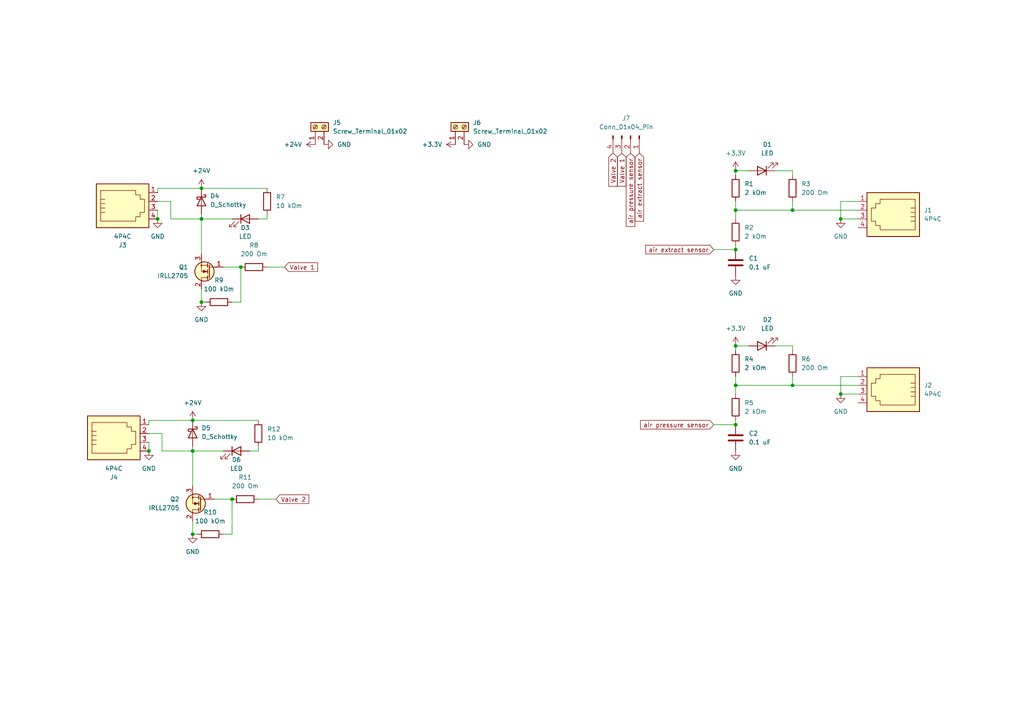
<source format=kicad_sch>
(kicad_sch (version 20230121) (generator eeschema)
  (paper "A4")
  (lib_symbols
    (symbol "Connector:4P4C" (pin_names (offset 1.016))
      (property "Reference" "J" (at -5.08 8.89 0))
      (property "Value" "4P4C" (at 2.54 8.89 0))
      (symbol "4P4C_0_1"
        (polyline (pts (xy -6.35 -0.635) (xy -5.08 -0.635) (xy -5.08 -0.635)))
        (polyline (pts (xy -6.35 0.635) (xy -5.08 0.635) (xy -5.08 0.635)))
        (polyline (pts (xy -6.35 1.905) (xy -5.08 1.905) (xy -5.08 1.905)))
        (polyline (pts (xy -6.35 3.175) (xy -5.08 3.175) (xy -5.08 3.175)))
        (polyline (pts (xy -6.35 -3.175) (xy -6.35 5.715) (xy -1.27 5.715) (xy 3.81 5.715) (xy 3.81 4.445) (xy 5.08 4.445) (xy 5.08 3.175) (xy 6.35 3.175) (xy 6.35 -0.635) (xy 5.08 -0.635) (xy 5.08 -1.905) (xy 3.81 -1.905) (xy 3.81 -3.175) (xy -6.35 -3.175) (xy -6.35 -3.175)))
        (rectangle (start 7.62 7.62) (end -7.62 -5.08) (stroke (width 0.254)) (fill (type background)))
      )
      (symbol "4P4C_1_1"
        (pin passive line (at 10.16 -2.54 180) (length 2.54) (name "~") (number "1"))
        (pin passive line (at 10.16 0 180) (length 2.54) (name "~") (number "2"))
        (pin passive line (at 10.16 2.54 180) (length 2.54) (name "~") (number "3"))
        (pin passive line (at 10.16 5.08 180) (length 2.54) (name "~") (number "4"))
      )
    )
    (symbol "Connector:Conn_01x04_Pin" (pin_names (offset 1.016) hide)
      (property "Reference" "J" (at 0 5.08 0))
      (property "Value" "Conn_01x04_Pin" (at 0 -7.62 0))
      (symbol "Conn_01x04_Pin_1_1"
        (polyline (pts (xy 1.27 -5.08) (xy 0.8636 -5.08)) (stroke (width 0.1524)))
        (polyline (pts (xy 1.27 -2.54) (xy 0.8636 -2.54)) (stroke (width 0.1524)))
        (polyline (pts (xy 1.27 0) (xy 0.8636 0)) (stroke (width 0.1524)))
        (polyline (pts (xy 1.27 2.54) (xy 0.8636 2.54)) (stroke (width 0.1524)))
        (rectangle (start 0.8636 -4.953) (end 0 -5.207) (stroke (width 0.1524)) (fill (type outline)))
        (rectangle (start 0.8636 -2.413) (end 0 -2.667) (stroke (width 0.1524)) (fill (type outline)))
        (rectangle (start 0.8636 0.127) (end 0 -0.127) (stroke (width 0.1524)) (fill (type outline)))
        (rectangle (start 0.8636 2.667) (end 0 2.413) (stroke (width 0.1524)) (fill (type outline)))
        (pin passive line (at 5.08 2.54 180) (length 3.81) (name "Pin_1") (number "1"))
        (pin passive line (at 5.08 0 180) (length 3.81) (name "Pin_2") (number "2"))
        (pin passive line (at 5.08 -2.54 180) (length 3.81) (name "Pin_3") (number "3"))
        (pin passive line (at 5.08 -5.08 180) (length 3.81) (name "Pin_4") (number "4"))
      )
    )
    (symbol "Connector:Screw_Terminal_01x02" (pin_names (offset 1.016) hide)
      (property "Reference" "J" (at 0 2.54 0))
      (property "Value" "Screw_Terminal_01x02" (at 0 -5.08 0))
      (symbol "Screw_Terminal_01x02_1_1"
        (rectangle (start -1.27 1.27) (end 1.27 -3.81) (stroke (width 0.254)) (fill (type background)))
        (circle (center 0 -2.54) (radius 0.635) (stroke (width 0.1524)))
        (polyline (pts (xy -0.5334 -2.2098) (xy 0.3302 -3.048)) (stroke (width 0.1524)))
        (polyline (pts (xy -0.5334 0.3302) (xy 0.3302 -0.508)) (stroke (width 0.1524)))
        (polyline (pts (xy -0.3556 -2.032) (xy 0.508 -2.8702)) (stroke (width 0.1524)))
        (polyline (pts (xy -0.3556 0.508) (xy 0.508 -0.3302)) (stroke (width 0.1524)))
        (circle (center 0 0) (radius 0.635) (stroke (width 0.1524)))
        (pin passive line (at -5.08 0 0) (length 3.81) (name "Pin_1") (number "1"))
        (pin passive line (at -5.08 -2.54 0) (length 3.81) (name "Pin_2") (number "2"))
      )
    )
    (symbol "Device:C" (pin_numbers hide) (pin_names (offset 0.254))
      (property "Reference" "C" (at 0.635 2.54 0))
      (property "Value" "C" (at 0.635 -2.54 0))
      (symbol "C_0_1"
        (polyline (pts (xy -2.032 -0.762) (xy 2.032 -0.762)) (stroke (width 0.508)))
        (polyline (pts (xy -2.032 0.762) (xy 2.032 0.762)) (stroke (width 0.508)))
      )
      (symbol "C_1_1"
        (pin passive line (at 0 3.81 270) (length 2.794) (name "~") (number "1"))
        (pin passive line (at 0 -3.81 90) (length 2.794) (name "~") (number "2"))
      )
    )
    (symbol "Device:D_Schottky" (pin_numbers hide) (pin_names (offset 1.016) hide)
      (property "Reference" "D" (at 0 2.54 0))
      (property "Value" "D_Schottky" (at 0 -2.54 0))
      (symbol "D_Schottky_0_1"
        (polyline (pts (xy 1.27 0) (xy -1.27 0)))
        (polyline (pts (xy 1.27 1.27) (xy 1.27 -1.27) (xy -1.27 0) (xy 1.27 1.27)) (stroke (width 0.254)))
        (polyline (pts (xy -1.905 0.635) (xy -1.905 1.27) (xy -1.27 1.27) (xy -1.27 -1.27) (xy -0.635 -1.27) (xy -0.635 -0.635)) (stroke (width 0.254)))
      )
      (symbol "D_Schottky_1_1"
        (pin passive line (at -3.81 0 0) (length 2.54) (name "K") (number "1"))
        (pin passive line (at 3.81 0 180) (length 2.54) (name "A") (number "2"))
      )
    )
    (symbol "Device:LED" (pin_numbers hide) (pin_names (offset 1.016) hide)
      (property "Reference" "D" (at 0 2.54 0))
      (property "Value" "LED" (at 0 -2.54 0))
      (symbol "LED_0_1"
        (polyline (pts (xy -1.27 -1.27) (xy -1.27 1.27)) (stroke (width 0.254)))
        (polyline (pts (xy -1.27 0) (xy 1.27 0)))
        (polyline (pts (xy 1.27 -1.27) (xy 1.27 1.27) (xy -1.27 0) (xy 1.27 -1.27)) (stroke (width 0.254)))
        (polyline (pts (xy -3.048 -0.762) (xy -4.572 -2.286) (xy -3.81 -2.286) (xy -4.572 -2.286) (xy -4.572 -1.524)))
        (polyline (pts (xy -1.778 -0.762) (xy -3.302 -2.286) (xy -2.54 -2.286) (xy -3.302 -2.286) (xy -3.302 -1.524)))
      )
      (symbol "LED_1_1"
        (pin passive line (at -3.81 0 0) (length 2.54) (name "K") (number "1"))
        (pin passive line (at 3.81 0 180) (length 2.54) (name "A") (number "2"))
      )
    )
    (symbol "Device:R" (pin_numbers hide) (pin_names (offset 0))
      (property "Reference" "R" (at 2.032 0 90))
      (property "Value" "R" (at 0 0 90))
      (symbol "R_0_1"
        (rectangle (start -1.016 -2.54) (end 1.016 2.54) (stroke (width 0.254)))
      )
      (symbol "R_1_1"
        (pin passive line (at 0 3.81 270) (length 1.27) (name "~") (number "1"))
        (pin passive line (at 0 -3.81 90) (length 1.27) (name "~") (number "2"))
      )
    )
    (symbol "PCM_Transistor_MOSFET_AKL:IRLL2705" (pin_names hide)
      (property "Reference" "Q" (at 5.08 1.27 0))
      (property "Value" "IRLL2705" (at 5.08 -1.27 0))
      (symbol "IRLL2705_0_1"
        (polyline (pts (xy 0.254 -1.27) (xy -2.54 -1.27)))
        (polyline (pts (xy 0.254 1.905) (xy 0.254 -1.905)) (stroke (width 0.254)))
        (polyline (pts (xy 0.762 -1.778) (xy 2.54 -1.778)))
        (polyline (pts (xy 0.762 -1.27) (xy 0.762 -2.286)) (stroke (width 0.254)))
        (polyline (pts (xy 0.762 0.508) (xy 0.762 -0.508)) (stroke (width 0.254)))
        (polyline (pts (xy 0.762 2.286) (xy 0.762 1.27)) (stroke (width 0.254)))
        (polyline (pts (xy 2.54 1.778) (xy 0.762 1.778)))
        (polyline (pts (xy 2.54 2.54) (xy 2.54 1.778)))
        (polyline (pts (xy 2.54 -2.54) (xy 2.54 0) (xy 0.762 0)))
        (polyline (pts (xy 1.016 0) (xy 2.032 0.381) (xy 2.032 -0.381) (xy 1.016 0)) (fill (type outline)))
        (circle (center 1.651 0) (radius 2.794) (stroke (width 0.254)) (fill (type background)))
        (circle (center 2.54 -1.778) (radius 0.1778) (fill (type outline)))
      )
      (symbol "IRLL2705_1_1"
        (pin input line (at -3.81 -1.27 0) (length 2.54) (name "G") (number "1"))
        (pin passive line (at 2.54 5.08 270) (length 2.54) (name "D") (number "2"))
        (pin passive line (at 2.54 -5.08 90) (length 2.54) (name "S") (number "3"))
      )
    )
    (symbol "power:+24V" (power) (pin_names (offset 0))
      (property "Value" "+24V" (at 0 3.556 0))
      (symbol "+24V_0_1"
        (polyline (pts (xy -0.762 1.27) (xy 0 2.54)))
        (polyline (pts (xy 0 0) (xy 0 2.54)))
        (polyline (pts (xy 0 2.54) (xy 0.762 1.27)))
      )
      (symbol "+24V_1_1"
        (pin power_in line (at 0 0 90) (length 0) hide (name "+24V") (number "1"))
      )
    )
    (symbol "power:+3.3V" (power) (pin_names (offset 0))
      (property "Value" "+3.3V" (at 0 3.556 0))
      (symbol "+3.3V_0_1"
        (polyline (pts (xy -0.762 1.27) (xy 0 2.54)))
        (polyline (pts (xy 0 0) (xy 0 2.54)))
        (polyline (pts (xy 0 2.54) (xy 0.762 1.27)))
      )
      (symbol "+3.3V_1_1"
        (pin power_in line (at 0 0 90) (length 0) hide (name "+3.3V") (number "1"))
      )
    )
    (symbol "power:GND" (power) (pin_names (offset 0))
      (property "Value" "GND" (at 0 -3.81 0))
      (symbol "GND_0_1"
        (polyline (pts (xy 0 0) (xy 0 -1.27) (xy 1.27 -1.27) (xy 0 -2.54) (xy -1.27 -1.27) (xy 0 -1.27)))
      )
      (symbol "GND_1_1"
        (pin power_in line (at 0 0 270) (length 0) hide (name "GND") (number "1"))
      )
    )
  )
  (junction (at 43.18 130.81))
  (junction (at 58.42 87.63))
  (junction (at 67.31 144.78))
  (junction (at 213.36 111.76))
  (junction (at 58.42 54.61))
  (junction (at 69.85 77.47))
  (junction (at 55.88 121.92))
  (junction (at 58.42 63.5))
  (junction (at 243.84 114.3))
  (junction (at 213.36 49.53))
  (junction (at 213.36 100.33))
  (junction (at 213.36 72.39))
  (junction (at 229.87 111.76))
  (junction (at 243.84 63.5))
  (junction (at 213.36 60.96))
  (junction (at 55.88 130.81))
  (junction (at 45.72 63.5))
  (junction (at 229.87 60.96))
  (junction (at 213.36 123.19))
  (junction (at 55.88 154.94))
  (wire (pts (xy 213.36 60.96) (xy 229.87 60.96)))
  (wire (pts (xy 229.87 111.76) (xy 229.87 109.22)))
  (wire (pts (xy 207.01 123.19) (xy 213.36 123.19)))
  (wire (pts (xy 213.36 49.53) (xy 213.36 50.8)))
  (wire (pts (xy 213.36 72.39) (xy 213.36 71.12)))
  (wire (pts (xy 69.85 87.63) (xy 69.85 77.47)))
  (wire (pts (xy 58.42 54.61) (xy 77.47 54.61)))
  (wire (pts (xy 57.15 154.94) (xy 55.88 154.94)))
  (wire (pts (xy 224.79 100.33) (xy 229.87 100.33)))
  (wire (pts (xy 243.84 58.42) (xy 243.84 63.5)))
  (wire (pts (xy 55.88 121.92) (xy 43.18 121.92)))
  (wire (pts (xy 67.31 87.63) (xy 69.85 87.63)))
  (wire (pts (xy 64.77 130.81) (xy 55.88 130.81)))
  (wire (pts (xy 58.42 54.61) (xy 45.72 54.61)))
  (wire (pts (xy 74.93 129.54) (xy 74.93 130.81)))
  (wire (pts (xy 64.77 77.47) (xy 69.85 77.47)))
  (wire (pts (xy 80.01 144.78) (xy 74.93 144.78)))
  (wire (pts (xy 229.87 111.76) (xy 248.92 111.76)))
  (wire (pts (xy 82.55 77.47) (xy 77.47 77.47)))
  (wire (pts (xy 62.23 144.78) (xy 67.31 144.78)))
  (wire (pts (xy 55.88 130.81) (xy 46.99 130.81)))
  (wire (pts (xy 77.47 63.5) (xy 74.93 63.5)))
  (wire (pts (xy 55.88 130.81) (xy 55.88 140.97)))
  (wire (pts (xy 45.72 54.61) (xy 45.72 55.88)))
  (wire (pts (xy 55.88 154.94) (xy 55.88 151.13)))
  (wire (pts (xy 248.92 58.42) (xy 243.84 58.42)))
  (wire (pts (xy 58.42 63.5) (xy 49.53 63.5)))
  (wire (pts (xy 229.87 100.33) (xy 229.87 101.6)))
  (wire (pts (xy 58.42 63.5) (xy 58.42 73.66)))
  (wire (pts (xy 229.87 60.96) (xy 229.87 58.42)))
  (wire (pts (xy 58.42 87.63) (xy 58.42 83.82)))
  (wire (pts (xy 217.17 100.33) (xy 213.36 100.33)))
  (wire (pts (xy 213.36 111.76) (xy 213.36 114.3)))
  (wire (pts (xy 243.84 109.22) (xy 243.84 114.3)))
  (wire (pts (xy 55.88 121.92) (xy 74.93 121.92)))
  (wire (pts (xy 49.53 63.5) (xy 49.53 58.42)))
  (wire (pts (xy 243.84 114.3) (xy 248.92 114.3)))
  (wire (pts (xy 213.36 60.96) (xy 213.36 63.5)))
  (wire (pts (xy 58.42 63.5) (xy 58.42 62.23)))
  (wire (pts (xy 74.93 130.81) (xy 72.39 130.81)))
  (wire (pts (xy 77.47 62.23) (xy 77.47 63.5)))
  (wire (pts (xy 45.72 60.96) (xy 45.72 63.5)))
  (wire (pts (xy 64.77 154.94) (xy 67.31 154.94)))
  (wire (pts (xy 229.87 49.53) (xy 229.87 50.8)))
  (wire (pts (xy 67.31 154.94) (xy 67.31 144.78)))
  (wire (pts (xy 46.99 125.73) (xy 43.18 125.73)))
  (wire (pts (xy 224.79 49.53) (xy 229.87 49.53)))
  (wire (pts (xy 55.88 130.81) (xy 55.88 129.54)))
  (wire (pts (xy 213.36 123.19) (xy 213.36 121.92)))
  (wire (pts (xy 67.31 63.5) (xy 58.42 63.5)))
  (wire (pts (xy 43.18 121.92) (xy 43.18 123.19)))
  (wire (pts (xy 248.92 109.22) (xy 243.84 109.22)))
  (wire (pts (xy 213.36 100.33) (xy 213.36 101.6)))
  (wire (pts (xy 243.84 63.5) (xy 248.92 63.5)))
  (wire (pts (xy 229.87 60.96) (xy 248.92 60.96)))
  (wire (pts (xy 213.36 111.76) (xy 229.87 111.76)))
  (wire (pts (xy 49.53 58.42) (xy 45.72 58.42)))
  (wire (pts (xy 43.18 128.27) (xy 43.18 130.81)))
  (wire (pts (xy 213.36 109.22) (xy 213.36 111.76)))
  (wire (pts (xy 217.17 49.53) (xy 213.36 49.53)))
  (wire (pts (xy 213.36 58.42) (xy 213.36 60.96)))
  (wire (pts (xy 59.69 87.63) (xy 58.42 87.63)))
  (wire (pts (xy 46.99 130.81) (xy 46.99 125.73)))
  (wire (pts (xy 207.01 72.39) (xy 213.36 72.39)))
  (global_label "air extract sensor" (shape input) (at 185.42 44.45 270) (property "Intersheetrefs" "${INTERSHEET_REFS}" (effects hide)))
  (global_label "air extract sensor" (shape input) (at 207.01 72.39 180) (property "Intersheetrefs" "${INTERSHEET_REFS}" (effects hide)))
  (global_label "Valve 1" (shape input) (at 180.34 44.45 270) (property "Intersheetrefs" "${INTERSHEET_REFS}" (effects hide)))
  (global_label "Valve 2" (shape input) (at 80.01 144.78 0) (property "Intersheetrefs" "${INTERSHEET_REFS}" (effects hide)))
  (global_label "Valve 2" (shape input) (at 177.8 44.45 270) (property "Intersheetrefs" "${INTERSHEET_REFS}" (effects hide)))
  (global_label "air pressure sensor" (shape input) (at 207.01 123.19 180) (property "Intersheetrefs" "${INTERSHEET_REFS}" (effects hide)))
  (global_label "Valve 1" (shape input) (at 82.55 77.47 0) (property "Intersheetrefs" "${INTERSHEET_REFS}" (effects hide)))
  (global_label "air pressure sensor" (shape input) (at 182.88 44.45 270) (property "Intersheetrefs" "${INTERSHEET_REFS}" (effects hide)))
  (symbol (lib_id "Connector:4P4C") (at 35.56 58.42 0) (mirror x) (unit 1)
    (property "Reference" "J3" (at 35.56 71.12 0))
    (property "Value" "4P4C" (at 35.56 68.58 0))
    (property "Footprint" "Library:4P4C_narrow" (effects hide))
  )
  (symbol (lib_id "power:GND") (at 243.84 63.5 0) (unit 1)
    (property "Reference" "#PWR03" (effects hide))
    (property "Value" "GND" (at 243.84 68.58 0))
  )
  (symbol (lib_id "Device:LED") (at 68.58 130.81 0) (unit 1)
    (property "Reference" "D6" (at 68.58 133.35 0))
    (property "Value" "LED" (at 68.58 135.89 0))
    (property "Footprint" "LED_THT:LED_D5.0mm" (effects hide))
  )
  (symbol (lib_id "Device:R") (at 213.36 67.31 180) (unit 1)
    (property "Reference" "R2" (at 215.9 66.04 0) (effects (justify right)))
    (property "Value" "2 kOm" (at 215.9 68.58 0) (effects (justify right)))
    (property "Footprint" "Resistor_SMD:R_0805_2012Metric_Pad1.20x1.40mm_HandSolder" (effects hide))
  )
  (symbol (lib_id "power:+3.3V") (at 213.36 100.33 0) (unit 1)
    (property "Reference" "#PWR04" (effects hide))
    (property "Value" "+3.3V" (at 213.36 95.25 0))
  )
  (symbol (lib_id "power:GND") (at 45.72 63.5 0) (unit 1)
    (property "Reference" "#PWR09" (effects hide))
    (property "Value" "GND" (at 45.72 68.58 0))
  )
  (symbol (lib_id "Device:C") (at 213.36 76.2 0) (unit 1)
    (property "Reference" "C1" (at 217.17 74.93 0) (effects (justify left)))
    (property "Value" "0.1 uF" (at 217.17 77.47 0) (effects (justify left)))
    (property "Footprint" "Capacitor_SMD:C_0805_2012Metric_Pad1.18x1.45mm_HandSolder" (effects hide))
  )
  (symbol (lib_id "Device:R") (at 74.93 125.73 180) (unit 1)
    (property "Reference" "R12" (at 77.47 124.46 0) (effects (justify right)))
    (property "Value" "10 kOm" (at 77.47 127 0) (effects (justify right)))
    (property "Footprint" "Resistor_SMD:R_0805_2012Metric_Pad1.20x1.40mm_HandSolder" (effects hide))
  )
  (symbol (lib_id "Device:LED") (at 220.98 100.33 180) (unit 1)
    (property "Reference" "D2" (at 222.5675 92.71 0))
    (property "Value" "LED" (at 222.5675 95.25 0))
    (property "Footprint" "LED_THT:LED_D5.0mm" (effects hide))
  )
  (symbol (lib_id "power:GND") (at 213.36 80.01 0) (unit 1)
    (property "Reference" "#PWR02" (effects hide))
    (property "Value" "GND" (at 213.36 85.09 0))
  )
  (symbol (lib_id "Device:D_Schottky") (at 55.88 125.73 270) (unit 1)
    (property "Reference" "D5" (at 58.42 124.1425 90) (effects (justify left)))
    (property "Value" "D_Schottky" (at 58.42 126.6825 90) (effects (justify left)))
    (property "Footprint" "Diode_SMD:D_SMA" (effects hide))
  )
  (symbol (lib_id "power:GND") (at 134.62 41.91 90) (unit 1)
    (property "Reference" "#PWR015" (effects hide))
    (property "Value" "GND" (at 138.43 41.91 90) (effects (justify right)))
  )
  (symbol (lib_id "Connector:Conn_01x04_Pin") (at 182.88 39.37 270) (unit 1)
    (property "Reference" "J7" (at 181.61 34.29 90))
    (property "Value" "Conn_01x04_Pin" (at 181.61 36.83 90))
    (property "Footprint" "Connector_PinHeader_2.54mm:PinHeader_1x04_P2.54mm_Vertical" (effects hide))
  )
  (symbol (lib_id "power:+3.3V") (at 213.36 49.53 0) (unit 1)
    (property "Reference" "#PWR01" (effects hide))
    (property "Value" "+3.3V" (at 213.36 44.45 0))
  )
  (symbol (lib_id "Device:R") (at 73.66 77.47 270) (unit 1)
    (property "Reference" "R8" (at 73.66 71.12 90))
    (property "Value" "200 Om" (at 73.66 73.66 90))
    (property "Footprint" "Resistor_SMD:R_0805_2012Metric_Pad1.20x1.40mm_HandSolder" (effects hide))
  )
  (symbol (lib_id "Connector:Screw_Terminal_01x02") (at 132.08 36.83 90) (unit 1)
    (property "Reference" "J6" (at 137.16 35.56 90) (effects (justify right)))
    (property "Value" "Screw_Terminal_01x02" (at 137.16 38.1 90) (effects (justify right)))
    (property "Footprint" "TerminalBlock:TerminalBlock_bornier-2_P5.08mm" (effects hide))
  )
  (symbol (lib_id "Connector:4P4C") (at 259.08 60.96 180) (unit 1)
    (property "Reference" "J1" (at 267.97 60.96 0) (effects (justify right)))
    (property "Value" "4P4C" (at 267.97 63.5 0) (effects (justify right)))
    (property "Footprint" "Library:4P4C_narrow" (effects hide))
  )
  (symbol (lib_id "Device:R") (at 213.36 54.61 180) (unit 1)
    (property "Reference" "R1" (at 215.9 53.34 0) (effects (justify right)))
    (property "Value" "2 kOm" (at 215.9 55.88 0) (effects (justify right)))
    (property "Footprint" "Resistor_SMD:R_0805_2012Metric_Pad1.20x1.40mm_HandSolder" (effects hide))
  )
  (symbol (lib_id "power:GND") (at 58.42 87.63 0) (unit 1)
    (property "Reference" "#PWR08" (effects hide))
    (property "Value" "GND" (at 58.42 92.71 0))
  )
  (symbol (lib_id "Connector:4P4C") (at 259.08 111.76 180) (unit 1)
    (property "Reference" "J2" (at 267.97 111.76 0) (effects (justify right)))
    (property "Value" "4P4C" (at 267.97 114.3 0) (effects (justify right)))
    (property "Footprint" "Library:4P4C_narrow" (effects hide))
  )
  (symbol (lib_id "Device:R") (at 77.47 58.42 180) (unit 1)
    (property "Reference" "R7" (at 80.01 57.15 0) (effects (justify right)))
    (property "Value" "10 kOm" (at 80.01 59.69 0) (effects (justify right)))
    (property "Footprint" "Resistor_SMD:R_0805_2012Metric_Pad1.20x1.40mm_HandSolder" (effects hide))
  )
  (symbol (lib_id "Device:LED") (at 220.98 49.53 180) (unit 1)
    (property "Reference" "D1" (at 222.5675 41.91 0))
    (property "Value" "LED" (at 222.5675 44.45 0))
    (property "Footprint" "LED_THT:LED_D5.0mm" (effects hide))
  )
  (symbol (lib_id "Device:R") (at 63.5 87.63 270) (unit 1)
    (property "Reference" "R9" (at 63.5 81.28 90))
    (property "Value" "100 kOm" (at 63.5 83.82 90))
    (property "Footprint" "Resistor_SMD:R_0805_2012Metric_Pad1.20x1.40mm_HandSolder" (effects hide))
  )
  (symbol (lib_id "Connector:4P4C") (at 33.02 125.73 0) (mirror x) (unit 1)
    (property "Reference" "J4" (at 33.02 138.43 0))
    (property "Value" "4P4C" (at 33.02 135.89 0))
    (property "Footprint" "Library:4P4C_narrow" (effects hide))
  )
  (symbol (lib_id "Device:R") (at 71.12 144.78 270) (unit 1)
    (property "Reference" "R11" (at 71.12 138.43 90))
    (property "Value" "200 Om" (at 71.12 140.97 90))
    (property "Footprint" "Resistor_SMD:R_0805_2012Metric_Pad1.20x1.40mm_HandSolder" (effects hide))
  )
  (symbol (lib_id "power:GND") (at 55.88 154.94 0) (unit 1)
    (property "Reference" "#PWR012" (effects hide))
    (property "Value" "GND" (at 55.88 160.02 0))
  )
  (symbol (lib_id "PCM_Transistor_MOSFET_AKL:IRLL2705") (at 60.96 78.74 180) (unit 1)
    (property "Reference" "Q1" (at 54.61 77.47 0) (effects (justify left)))
    (property "Value" "IRLL2705" (at 54.61 80.01 0) (effects (justify left)))
    (property "Footprint" "PCM_Package_TO_SOT_SMD_AKL:SOT-223-3_TabPin2" (effects hide))
    (property "Datasheet" "https://www.tme.eu/Document/8382ca5f0ce3478ec8ee90db5ce0785f/irll2705pbf.pdf" (effects hide))
  )
  (symbol (lib_id "power:+24V") (at 55.88 121.92 0) (unit 1)
    (property "Reference" "#PWR011" (effects hide))
    (property "Value" "+24V" (at 55.88 116.84 0))
  )
  (symbol (lib_id "Device:R") (at 213.36 105.41 180) (unit 1)
    (property "Reference" "R4" (at 215.9 104.14 0) (effects (justify right)))
    (property "Value" "2 kOm" (at 215.9 106.68 0) (effects (justify right)))
    (property "Footprint" "Resistor_SMD:R_0805_2012Metric_Pad1.20x1.40mm_HandSolder" (effects hide))
  )
  (symbol (lib_id "power:+3.3V") (at 132.08 41.91 90) (unit 1)
    (property "Reference" "#PWR016" (effects hide))
    (property "Value" "+3.3V" (at 128.27 41.91 90) (effects (justify left)))
  )
  (symbol (lib_id "Device:D_Schottky") (at 58.42 58.42 270) (unit 1)
    (property "Reference" "D4" (at 60.96 56.8325 90) (effects (justify left)))
    (property "Value" "D_Schottky" (at 60.96 59.3725 90) (effects (justify left)))
    (property "Footprint" "Diode_SMD:D_SMA" (effects hide))
  )
  (symbol (lib_id "power:+24V") (at 58.42 54.61 0) (unit 1)
    (property "Reference" "#PWR07" (effects hide))
    (property "Value" "+24V" (at 58.42 49.53 0))
  )
  (symbol (lib_id "Device:R") (at 60.96 154.94 270) (unit 1)
    (property "Reference" "R10" (at 60.96 148.59 90))
    (property "Value" "100 kOm" (at 60.96 151.13 90))
    (property "Footprint" "Resistor_SMD:R_0805_2012Metric_Pad1.20x1.40mm_HandSolder" (effects hide))
  )
  (symbol (lib_id "power:GND") (at 213.36 130.81 0) (unit 1)
    (property "Reference" "#PWR05" (effects hide))
    (property "Value" "GND" (at 213.36 135.89 0))
  )
  (symbol (lib_id "PCM_Transistor_MOSFET_AKL:IRLL2705") (at 58.42 146.05 180) (unit 1)
    (property "Reference" "Q2" (at 52.07 144.78 0) (effects (justify left)))
    (property "Value" "IRLL2705" (at 52.07 147.32 0) (effects (justify left)))
    (property "Footprint" "PCM_Package_TO_SOT_SMD_AKL:SOT-223-3_TabPin2" (effects hide))
    (property "Datasheet" "https://www.tme.eu/Document/8382ca5f0ce3478ec8ee90db5ce0785f/irll2705pbf.pdf" (effects hide))
  )
  (symbol (lib_id "power:GND") (at 243.84 114.3 0) (unit 1)
    (property "Reference" "#PWR06" (effects hide))
    (property "Value" "GND" (at 243.84 119.38 0))
  )
  (symbol (lib_id "power:GND") (at 93.98 41.91 90) (unit 1)
    (property "Reference" "#PWR014" (effects hide))
    (property "Value" "GND" (at 97.79 41.91 90) (effects (justify right)))
  )
  (symbol (lib_id "Device:R") (at 229.87 105.41 180) (unit 1)
    (property "Reference" "R6" (at 232.41 104.14 0) (effects (justify right)))
    (property "Value" "200 Om" (at 232.41 106.68 0) (effects (justify right)))
    (property "Footprint" "Resistor_SMD:R_0805_2012Metric_Pad1.20x1.40mm_HandSolder" (effects hide))
  )
  (symbol (lib_id "Device:R") (at 229.87 54.61 180) (unit 1)
    (property "Reference" "R3" (at 232.41 53.34 0) (effects (justify right)))
    (property "Value" "200 Om" (at 232.41 55.88 0) (effects (justify right)))
    (property "Footprint" "Resistor_SMD:R_0805_2012Metric_Pad1.20x1.40mm_HandSolder" (effects hide))
  )
  (symbol (lib_id "power:GND") (at 43.18 130.81 0) (unit 1)
    (property "Reference" "#PWR010" (effects hide))
    (property "Value" "GND" (at 43.18 135.89 0))
  )
  (symbol (lib_id "Device:LED") (at 71.12 63.5 0) (unit 1)
    (property "Reference" "D3" (at 71.12 66.04 0))
    (property "Value" "LED" (at 71.12 68.58 0))
    (property "Footprint" "LED_THT:LED_D5.0mm" (effects hide))
  )
  (symbol (lib_id "Device:R") (at 213.36 118.11 180) (unit 1)
    (property "Reference" "R5" (at 215.9 116.84 0) (effects (justify right)))
    (property "Value" "2 kOm" (at 215.9 119.38 0) (effects (justify right)))
    (property "Footprint" "Resistor_SMD:R_0805_2012Metric_Pad1.20x1.40mm_HandSolder" (effects hide))
  )
  (symbol (lib_id "Device:C") (at 213.36 127 0) (unit 1)
    (property "Reference" "C2" (at 217.17 125.73 0) (effects (justify left)))
    (property "Value" "0.1 uF" (at 217.17 128.27 0) (effects (justify left)))
    (property "Footprint" "Capacitor_SMD:C_0805_2012Metric_Pad1.18x1.45mm_HandSolder" (effects hide))
  )
  (symbol (lib_id "power:+24V") (at 91.44 41.91 90) (unit 1)
    (property "Reference" "#PWR013" (effects hide))
    (property "Value" "+24V" (at 87.63 41.91 90) (effects (justify left)))
  )
  (symbol (lib_id "Connector:Screw_Terminal_01x02") (at 91.44 36.83 90) (unit 1)
    (property "Reference" "J5" (at 96.52 35.56 90) (effects (justify right)))
    (property "Value" "Screw_Terminal_01x02" (at 96.52 38.1 90) (effects (justify right)))
    (property "Footprint" "TerminalBlock:TerminalBlock_bornier-2_P5.08mm" (effects hide))
  )
)
</source>
